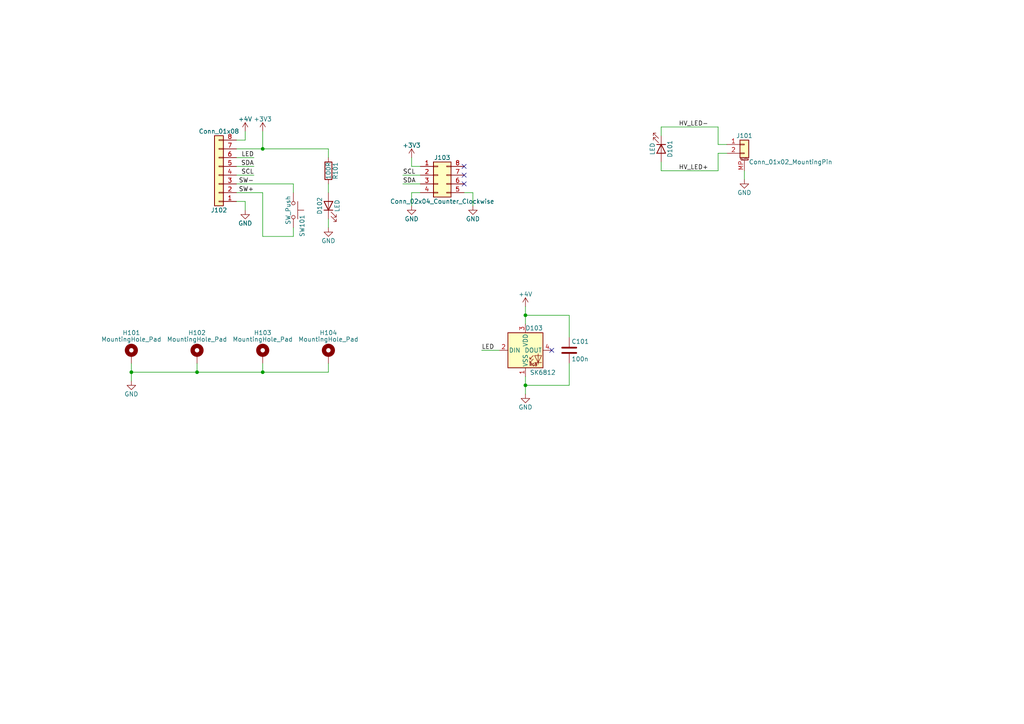
<source format=kicad_sch>
(kicad_sch (version 20211123) (generator eeschema)
  (paper "A4")
  (lib_symbols
    (symbol "Connector_Generic:Conn_01x08" (pin_names (offset 1.016) hide)
      (property "Reference" "J" (at 0 10.16 0))
      (property "Value" "Conn_01x08" (at 0 -12.7 0))
      (symbol "Conn_01x08_1_1"
        (rectangle (start -1.27 -10.033) (end 0 -10.287) (stroke (width 0.1524)))
        (rectangle (start -1.27 -7.493) (end 0 -7.747) (stroke (width 0.1524)))
        (rectangle (start -1.27 -4.953) (end 0 -5.207) (stroke (width 0.1524)))
        (rectangle (start -1.27 -2.413) (end 0 -2.667) (stroke (width 0.1524)))
        (rectangle (start -1.27 0.127) (end 0 -0.127) (stroke (width 0.1524)))
        (rectangle (start -1.27 2.667) (end 0 2.413) (stroke (width 0.1524)))
        (rectangle (start -1.27 5.207) (end 0 4.953) (stroke (width 0.1524)))
        (rectangle (start -1.27 7.747) (end 0 7.493) (stroke (width 0.1524)))
        (rectangle (start -1.27 8.89) (end 1.27 -11.43) (stroke (width 0.254)) (fill (type background)))
        (pin passive line (at -5.08 7.62 0) (length 3.81) (name "Pin_1") (number "1"))
        (pin passive line (at -5.08 5.08 0) (length 3.81) (name "Pin_2") (number "2"))
        (pin passive line (at -5.08 2.54 0) (length 3.81) (name "Pin_3") (number "3"))
        (pin passive line (at -5.08 0 0) (length 3.81) (name "Pin_4") (number "4"))
        (pin passive line (at -5.08 -2.54 0) (length 3.81) (name "Pin_5") (number "5"))
        (pin passive line (at -5.08 -5.08 0) (length 3.81) (name "Pin_6") (number "6"))
        (pin passive line (at -5.08 -7.62 0) (length 3.81) (name "Pin_7") (number "7"))
        (pin passive line (at -5.08 -10.16 0) (length 3.81) (name "Pin_8") (number "8"))
      )
    )
    (symbol "Connector_Generic:Conn_02x04_Counter_Clockwise" (pin_names (offset 1.016) hide)
      (property "Reference" "J" (at 1.27 5.08 0))
      (property "Value" "Conn_02x04_Counter_Clockwise" (at 1.27 -7.62 0))
      (symbol "Conn_02x04_Counter_Clockwise_1_1"
        (rectangle (start -1.27 -4.953) (end 0 -5.207) (stroke (width 0.1524)))
        (rectangle (start -1.27 -2.413) (end 0 -2.667) (stroke (width 0.1524)))
        (rectangle (start -1.27 0.127) (end 0 -0.127) (stroke (width 0.1524)))
        (rectangle (start -1.27 2.667) (end 0 2.413) (stroke (width 0.1524)))
        (rectangle (start -1.27 3.81) (end 3.81 -6.35) (stroke (width 0.254)) (fill (type background)))
        (rectangle (start 3.81 -4.953) (end 2.54 -5.207) (stroke (width 0.1524)))
        (rectangle (start 3.81 -2.413) (end 2.54 -2.667) (stroke (width 0.1524)))
        (rectangle (start 3.81 0.127) (end 2.54 -0.127) (stroke (width 0.1524)))
        (rectangle (start 3.81 2.667) (end 2.54 2.413) (stroke (width 0.1524)))
        (pin passive line (at -5.08 2.54 0) (length 3.81) (name "Pin_1") (number "1"))
        (pin passive line (at -5.08 0 0) (length 3.81) (name "Pin_2") (number "2"))
        (pin passive line (at -5.08 -2.54 0) (length 3.81) (name "Pin_3") (number "3"))
        (pin passive line (at -5.08 -5.08 0) (length 3.81) (name "Pin_4") (number "4"))
        (pin passive line (at 7.62 -5.08 180) (length 3.81) (name "Pin_5") (number "5"))
        (pin passive line (at 7.62 -2.54 180) (length 3.81) (name "Pin_6") (number "6"))
        (pin passive line (at 7.62 0 180) (length 3.81) (name "Pin_7") (number "7"))
        (pin passive line (at 7.62 2.54 180) (length 3.81) (name "Pin_8") (number "8"))
      )
    )
    (symbol "Connector_Generic_MountingPin:Conn_01x02_MountingPin" (pin_names (offset 1.016) hide)
      (property "Reference" "J" (at 0 2.54 0))
      (property "Value" "Conn_01x02_MountingPin" (at 1.27 -5.08 0))
      (symbol "Conn_01x02_MountingPin_1_1"
        (rectangle (start -1.27 -2.413) (end 0 -2.667) (stroke (width 0.1524)))
        (rectangle (start -1.27 0.127) (end 0 -0.127) (stroke (width 0.1524)))
        (rectangle (start -1.27 1.27) (end 1.27 -3.81) (stroke (width 0.254)) (fill (type background)))
        (polyline (pts (xy -1.016 -4.572) (xy 1.016 -4.572)) (stroke (width 0.1524)))
        (text "Mounting" (at 0 -4.191 0) (effects (font (size 0.381 0.381))))
        (pin passive line (at -5.08 0 0) (length 3.81) (name "Pin_1") (number "1"))
        (pin passive line (at -5.08 -2.54 0) (length 3.81) (name "Pin_2") (number "2"))
        (pin passive line (at 0 -7.62 90) (length 3.048) (name "MountPin") (number "MP"))
      )
    )
    (symbol "Device:C" (pin_numbers hide) (pin_names (offset 0.254))
      (property "Reference" "C" (at 0.635 2.54 0))
      (property "Value" "C" (at 0.635 -2.54 0))
      (symbol "C_0_1"
        (polyline (pts (xy -2.032 -0.762) (xy 2.032 -0.762)) (stroke (width 0.508)))
        (polyline (pts (xy -2.032 0.762) (xy 2.032 0.762)) (stroke (width 0.508)))
      )
      (symbol "C_1_1"
        (pin passive line (at 0 3.81 270) (length 2.794) (name "~") (number "1"))
        (pin passive line (at 0 -3.81 90) (length 2.794) (name "~") (number "2"))
      )
    )
    (symbol "Device:LED" (pin_numbers hide) (pin_names (offset 1.016) hide)
      (property "Reference" "D" (at 0 2.54 0))
      (property "Value" "LED" (at 0 -2.54 0))
      (symbol "LED_0_1"
        (polyline (pts (xy -1.27 -1.27) (xy -1.27 1.27)) (stroke (width 0.254)))
        (polyline (pts (xy -1.27 0) (xy 1.27 0)))
        (polyline (pts (xy 1.27 -1.27) (xy 1.27 1.27) (xy -1.27 0) (xy 1.27 -1.27)) (stroke (width 0.254)))
        (polyline (pts (xy -3.048 -0.762) (xy -4.572 -2.286) (xy -3.81 -2.286) (xy -4.572 -2.286) (xy -4.572 -1.524)))
        (polyline (pts (xy -1.778 -0.762) (xy -3.302 -2.286) (xy -2.54 -2.286) (xy -3.302 -2.286) (xy -3.302 -1.524)))
      )
      (symbol "LED_1_1"
        (pin passive line (at -3.81 0 0) (length 2.54) (name "K") (number "1"))
        (pin passive line (at 3.81 0 180) (length 2.54) (name "A") (number "2"))
      )
    )
    (symbol "Device:R" (pin_numbers hide) (pin_names (offset 0))
      (property "Reference" "R" (at 2.032 0 90))
      (property "Value" "R" (at 0 0 90))
      (symbol "R_0_1"
        (rectangle (start -1.016 -2.54) (end 1.016 2.54) (stroke (width 0.254)))
      )
      (symbol "R_1_1"
        (pin passive line (at 0 3.81 270) (length 1.27) (name "~") (number "1"))
        (pin passive line (at 0 -3.81 90) (length 1.27) (name "~") (number "2"))
      )
    )
    (symbol "LED:SK6812" (pin_names (offset 0.254))
      (property "Reference" "D" (at 5.08 5.715 0))
      (property "Value" "SK6812" (at 1.27 -5.715 0))
      (symbol "SK6812_0_0"
        (text "RGB" (at 2.286 -4.191 0) (effects (font (size 0.762 0.762))))
      )
      (symbol "SK6812_0_1"
        (polyline (pts (xy 1.27 -3.556) (xy 1.778 -3.556)))
        (polyline (pts (xy 1.27 -2.54) (xy 1.778 -2.54)))
        (polyline (pts (xy 4.699 -3.556) (xy 2.667 -3.556)))
        (polyline (pts (xy 2.286 -2.54) (xy 1.27 -3.556) (xy 1.27 -3.048)))
        (polyline (pts (xy 2.286 -1.524) (xy 1.27 -2.54) (xy 1.27 -2.032)))
        (polyline (pts (xy 3.683 -1.016) (xy 3.683 -3.556) (xy 3.683 -4.064)))
        (polyline (pts (xy 4.699 -1.524) (xy 2.667 -1.524) (xy 3.683 -3.556) (xy 4.699 -1.524)))
        (rectangle (start 5.08 5.08) (end -5.08 -5.08) (stroke (width 0.254)) (fill (type background)))
      )
      (symbol "SK6812_1_1"
        (pin power_in line (at 0 -7.62 90) (length 2.54) (name "VSS") (number "1"))
        (pin input line (at -7.62 0 0) (length 2.54) (name "DIN") (number "2"))
        (pin power_in line (at 0 7.62 270) (length 2.54) (name "VDD") (number "3"))
        (pin output line (at 7.62 0 180) (length 2.54) (name "DOUT") (number "4"))
      )
    )
    (symbol "Mechanical:MountingHole_Pad" (pin_numbers hide) (pin_names (offset 1.016) hide)
      (property "Reference" "H" (at 0 6.35 0))
      (property "Value" "MountingHole_Pad" (at 0 4.445 0))
      (symbol "MountingHole_Pad_0_1"
        (circle (center 0 1.27) (radius 1.27) (stroke (width 1.27)))
      )
      (symbol "MountingHole_Pad_1_1"
        (pin input line (at 0 -2.54 90) (length 2.54) (name "1") (number "1"))
      )
    )
    (symbol "Switch:SW_Push" (pin_numbers hide) (pin_names (offset 1.016) hide)
      (property "Reference" "SW" (at 1.27 2.54 0))
      (property "Value" "SW_Push" (at 0 -1.524 0))
      (symbol "SW_Push_0_1"
        (circle (center -2.032 0) (radius 0.508))
        (polyline (pts (xy 0 1.27) (xy 0 3.048)))
        (polyline (pts (xy 2.54 1.27) (xy -2.54 1.27)))
        (circle (center 2.032 0) (radius 0.508))
        (pin passive line (at -5.08 0 0) (length 2.54) (name "1") (number "1"))
        (pin passive line (at 5.08 0 180) (length 2.54) (name "2") (number "2"))
      )
    )
    (symbol "power:+3V3" (power) (pin_names (offset 0))
      (property "Value" "+3V3" (at 0 3.556 0))
      (symbol "+3V3_0_1"
        (polyline (pts (xy -0.762 1.27) (xy 0 2.54)))
        (polyline (pts (xy 0 0) (xy 0 2.54)))
        (polyline (pts (xy 0 2.54) (xy 0.762 1.27)))
      )
      (symbol "+3V3_1_1"
        (pin power_in line (at 0 0 90) (length 0) hide (name "+3V3") (number "1"))
      )
    )
    (symbol "power:+4V" (power) (pin_names (offset 0))
      (property "Value" "+4V" (at 0 3.556 0))
      (symbol "+4V_0_1"
        (polyline (pts (xy -0.762 1.27) (xy 0 2.54)))
        (polyline (pts (xy 0 0) (xy 0 2.54)))
        (polyline (pts (xy 0 2.54) (xy 0.762 1.27)))
      )
      (symbol "+4V_1_1"
        (pin power_in line (at 0 0 90) (length 0) hide (name "+4V") (number "1"))
      )
    )
    (symbol "power:GND" (power) (pin_names (offset 0))
      (property "Value" "GND" (at 0 -3.81 0))
      (symbol "GND_0_1"
        (polyline (pts (xy 0 0) (xy 0 -1.27) (xy 1.27 -1.27) (xy 0 -2.54) (xy -1.27 -1.27) (xy 0 -1.27)))
      )
      (symbol "GND_1_1"
        (pin power_in line (at 0 0 270) (length 0) hide (name "GND") (number "1"))
      )
    )
  )
  (junction (at 57.15 107.95))
  (junction (at 76.2 43.18))
  (junction (at 38.1 107.95))
  (junction (at 152.4 91.44))
  (junction (at 152.4 111.76))
  (junction (at 76.2 107.95))
  (no_connect (at 134.62 48.26))
  (no_connect (at 134.62 53.34))
  (no_connect (at 134.62 50.8))
  (no_connect (at 160.02 101.6))
  (wire (pts (xy 152.4 91.44) (xy 152.4 93.98)))
  (wire (pts (xy 139.7 101.6) (xy 144.78 101.6)))
  (wire (pts (xy 208.28 49.53) (xy 191.77 49.53)))
  (wire (pts (xy 116.84 53.34) (xy 121.92 53.34)))
  (wire (pts (xy 76.2 43.18) (xy 76.2 38.1)))
  (wire (pts (xy 95.25 63.5) (xy 95.25 66.04)))
  (wire (pts (xy 119.38 45.72) (xy 119.38 48.26)))
  (wire (pts (xy 165.1 91.44) (xy 152.4 91.44)))
  (wire (pts (xy 119.38 55.88) (xy 121.92 55.88)))
  (wire (pts (xy 76.2 68.58) (xy 76.2 55.88)))
  (wire (pts (xy 116.84 50.8) (xy 121.92 50.8)))
  (wire (pts (xy 210.82 44.45) (xy 208.28 44.45)))
  (wire (pts (xy 85.09 55.88) (xy 85.09 53.34)))
  (wire (pts (xy 85.09 68.58) (xy 76.2 68.58)))
  (wire (pts (xy 165.1 97.79) (xy 165.1 91.44)))
  (wire (pts (xy 68.58 43.18) (xy 76.2 43.18)))
  (wire (pts (xy 68.58 55.88) (xy 76.2 55.88)))
  (wire (pts (xy 57.15 107.95) (xy 76.2 107.95)))
  (wire (pts (xy 76.2 107.95) (xy 95.25 107.95)))
  (wire (pts (xy 57.15 105.41) (xy 57.15 107.95)))
  (wire (pts (xy 191.77 36.83) (xy 208.28 36.83)))
  (wire (pts (xy 208.28 36.83) (xy 208.28 41.91)))
  (wire (pts (xy 68.58 58.42) (xy 71.12 58.42)))
  (wire (pts (xy 76.2 105.41) (xy 76.2 107.95)))
  (wire (pts (xy 95.25 107.95) (xy 95.25 105.41)))
  (wire (pts (xy 191.77 39.37) (xy 191.77 36.83)))
  (wire (pts (xy 71.12 38.1) (xy 71.12 40.64)))
  (wire (pts (xy 152.4 109.22) (xy 152.4 111.76)))
  (wire (pts (xy 215.9 49.53) (xy 215.9 52.07)))
  (wire (pts (xy 95.25 53.34) (xy 95.25 55.88)))
  (wire (pts (xy 152.4 88.9) (xy 152.4 91.44)))
  (wire (pts (xy 165.1 105.41) (xy 165.1 111.76)))
  (wire (pts (xy 191.77 49.53) (xy 191.77 46.99)))
  (wire (pts (xy 71.12 40.64) (xy 68.58 40.64)))
  (wire (pts (xy 68.58 50.8) (xy 73.66 50.8)))
  (wire (pts (xy 68.58 45.72) (xy 73.66 45.72)))
  (wire (pts (xy 152.4 111.76) (xy 152.4 114.3)))
  (wire (pts (xy 137.16 59.69) (xy 137.16 55.88)))
  (wire (pts (xy 38.1 105.41) (xy 38.1 107.95)))
  (wire (pts (xy 137.16 55.88) (xy 134.62 55.88)))
  (wire (pts (xy 165.1 111.76) (xy 152.4 111.76)))
  (wire (pts (xy 208.28 44.45) (xy 208.28 49.53)))
  (wire (pts (xy 68.58 48.26) (xy 73.66 48.26)))
  (wire (pts (xy 95.25 43.18) (xy 76.2 43.18)))
  (wire (pts (xy 38.1 110.49) (xy 38.1 107.95)))
  (wire (pts (xy 38.1 107.95) (xy 57.15 107.95)))
  (wire (pts (xy 119.38 48.26) (xy 121.92 48.26)))
  (wire (pts (xy 95.25 45.72) (xy 95.25 43.18)))
  (wire (pts (xy 68.58 53.34) (xy 85.09 53.34)))
  (wire (pts (xy 71.12 58.42) (xy 71.12 60.96)))
  (wire (pts (xy 119.38 59.69) (xy 119.38 55.88)))
  (wire (pts (xy 208.28 41.91) (xy 210.82 41.91)))
  (wire (pts (xy 85.09 66.04) (xy 85.09 68.58)))
  (label "SW+" (at 73.66 55.88 180))
  (label "SDA" (at 116.84 53.34 0))
  (label "LED" (at 73.66 45.72 180))
  (label "SW-" (at 73.66 53.34 180))
  (label "HV_LED+" (at 196.85 49.53 0))
  (label "SCL" (at 73.66 50.8 180))
  (label "HV_LED-" (at 196.85 36.83 0))
  (label "SCL" (at 116.84 50.8 0))
  (label "LED" (at 139.7 101.6 0))
  (label "SDA" (at 73.66 48.26 180))
  (symbol (lib_id "Connector_Generic:Conn_01x08") (at 63.5 50.8 180) (unit 1)
    (property "Reference" "J102" (at 63.5 60.96 0))
    (property "Value" "Conn_01x08" (at 63.5 38.1 0))
    (property "Footprint" "Connector_JST:JST_PH_S8B-PH-K_1x08_P2.00mm_Horizontal" (effects hide))
  )
  (symbol (lib_id "power:+4V") (at 152.4 88.9 0) (unit 1)
    (property "Reference" "#PWR0109" (effects hide))
    (property "Value" "+4V" (at 152.4 85.344 0))
  )
  (symbol (lib_id "Mechanical:MountingHole_Pad") (at 76.2 102.87 0) (unit 1)
    (property "Reference" "H103" (at 76.2 96.52 0))
    (property "Value" "MountingHole_Pad" (at 76.2 98.425 0))
    (property "Footprint" "MountingHole:MountingHole_3.2mm_M3_DIN965_Pad" (effects hide))
  )
  (symbol (lib_id "power:GND") (at 152.4 114.3 0) (unit 1)
    (property "Reference" "#PWR0111" (effects hide))
    (property "Value" "GND" (at 152.4 118.11 0))
  )
  (symbol (lib_id "power:GND") (at 38.1 110.49 0) (unit 1)
    (property "Reference" "#PWR0110" (effects hide))
    (property "Value" "GND" (at 38.1 114.3 0))
  )
  (symbol (lib_id "Mechanical:MountingHole_Pad") (at 57.15 102.87 0) (unit 1)
    (property "Reference" "H102" (at 57.15 96.52 0))
    (property "Value" "MountingHole_Pad" (at 57.15 98.425 0))
    (property "Footprint" "MountingHole:MountingHole_3.2mm_M3_DIN965_Pad" (effects hide))
  )
  (symbol (lib_id "power:GND") (at 215.9 52.07 0) (unit 1)
    (property "Reference" "#PWR0104" (effects hide))
    (property "Value" "GND" (at 215.9 55.88 0))
  )
  (symbol (lib_id "Connector_Generic_MountingPin:Conn_01x02_MountingPin") (at 215.9 41.91 0) (unit 1)
    (property "Reference" "J101" (at 215.9 39.37 0))
    (property "Value" "Conn_01x02_MountingPin" (at 217.17 46.99 0) (effects (justify left)))
    (property "Footprint" "Connector_JST:JST_PH_S2B-PH-SM4-TB_1x02-1MP_P2.00mm_Horizontal" (effects hide))
  )
  (symbol (lib_id "Device:LED") (at 95.25 59.69 90) (unit 1)
    (property "Reference" "D102" (at 92.71 59.69 0))
    (property "Value" "LED" (at 97.79 59.69 0))
    (property "Footprint" "LED_SMD:LED_0603_1608Metric" (effects hide))
  )
  (symbol (lib_id "Switch:SW_Push") (at 85.09 60.96 270) (unit 1)
    (property "Reference" "SW101" (at 87.63 62.23 0) (effects (justify left)))
    (property "Value" "SW_Push" (at 83.566 60.96 0))
    (property "Footprint" "Button_Switch_SMD:SW_SPST_TL3305A" (effects hide))
  )
  (symbol (lib_id "power:+3V3") (at 76.2 38.1 0) (unit 1)
    (property "Reference" "#PWR0102" (effects hide))
    (property "Value" "+3V3" (at 76.2 34.544 0))
  )
  (symbol (lib_id "Mechanical:MountingHole_Pad") (at 38.1 102.87 0) (unit 1)
    (property "Reference" "H101" (at 38.1 96.52 0))
    (property "Value" "MountingHole_Pad" (at 38.1 98.425 0))
    (property "Footprint" "MountingHole:MountingHole_3.2mm_M3_DIN965_Pad" (effects hide))
  )
  (symbol (lib_id "LED:SK6812") (at 152.4 101.6 0) (unit 1)
    (property "Reference" "D103" (at 157.48 95.885 0) (effects (justify right bottom)))
    (property "Value" "SK6812" (at 153.67 107.315 0) (effects (justify left top)))
    (property "Footprint" "LED_SMD:LED_SK6812_PLCC4_5.0x5.0mm_P3.2mm" (effects hide))
    (property "Datasheet" "https://cdn-shop.adafruit.com/product-files/1138/SK6812+LED+datasheet+.pdf" (effects hide))
  )
  (symbol (lib_id "power:GND") (at 137.16 59.69 0) (unit 1)
    (property "Reference" "#PWR0106" (effects hide))
    (property "Value" "GND" (at 137.16 63.5 0))
  )
  (symbol (lib_id "Device:LED") (at 191.77 43.18 270) (unit 1)
    (property "Reference" "D101" (at 194.31 43.18 0))
    (property "Value" "LED" (at 189.23 43.18 0))
    (property "Footprint" "LED_SMD:LED_0603_1608Metric" (effects hide))
  )
  (symbol (lib_id "power:+4V") (at 71.12 38.1 0) (unit 1)
    (property "Reference" "#PWR0101" (effects hide))
    (property "Value" "+4V" (at 71.12 34.544 0))
  )
  (symbol (lib_id "power:GND") (at 119.38 59.69 0) (unit 1)
    (property "Reference" "#PWR0105" (effects hide))
    (property "Value" "GND" (at 119.38 63.5 0))
  )
  (symbol (lib_id "power:GND") (at 95.25 66.04 0) (unit 1)
    (property "Reference" "#PWR0108" (effects hide))
    (property "Value" "GND" (at 95.25 69.85 0))
  )
  (symbol (lib_id "Connector_Generic:Conn_02x04_Counter_Clockwise") (at 127 50.8 0) (unit 1)
    (property "Reference" "J103" (at 128.27 45.72 0))
    (property "Value" "Conn_02x04_Counter_Clockwise" (at 128.27 58.42 0))
    (property "Footprint" "Connector_IDC:IDC-Header_2x04_P2.54mm_Vertical" (effects hide))
  )
  (symbol (lib_id "Mechanical:MountingHole_Pad") (at 95.25 102.87 0) (unit 1)
    (property "Reference" "H104" (at 95.25 96.52 0))
    (property "Value" "MountingHole_Pad" (at 95.25 98.425 0))
    (property "Footprint" "MountingHole:MountingHole_3.2mm_M3_DIN965_Pad" (effects hide))
  )
  (symbol (lib_id "Device:R") (at 95.25 49.53 0) (unit 1)
    (property "Reference" "R101" (at 97.282 49.53 90))
    (property "Value" "100R" (at 95.25 49.53 90))
    (property "Footprint" "Resistor_SMD:R_0402_1005Metric" (effects hide))
  )
  (symbol (lib_id "Device:C") (at 165.1 101.6 0) (unit 1)
    (property "Reference" "C101" (at 165.735 99.06 0) (effects (justify left)))
    (property "Value" "100n" (at 165.735 104.14 0) (effects (justify left)))
    (property "Footprint" "Capacitor_SMD:C_0402_1005Metric" (effects hide))
  )
  (symbol (lib_id "power:+3V3") (at 119.38 45.72 0) (unit 1)
    (property "Reference" "#PWR0103" (effects hide))
    (property "Value" "+3V3" (at 119.38 42.164 0))
  )
  (symbol (lib_id "power:GND") (at 71.12 60.96 0) (unit 1)
    (property "Reference" "#PWR0107" (effects hide))
    (property "Value" "GND" (at 71.12 64.77 0))
  )
)
</source>
